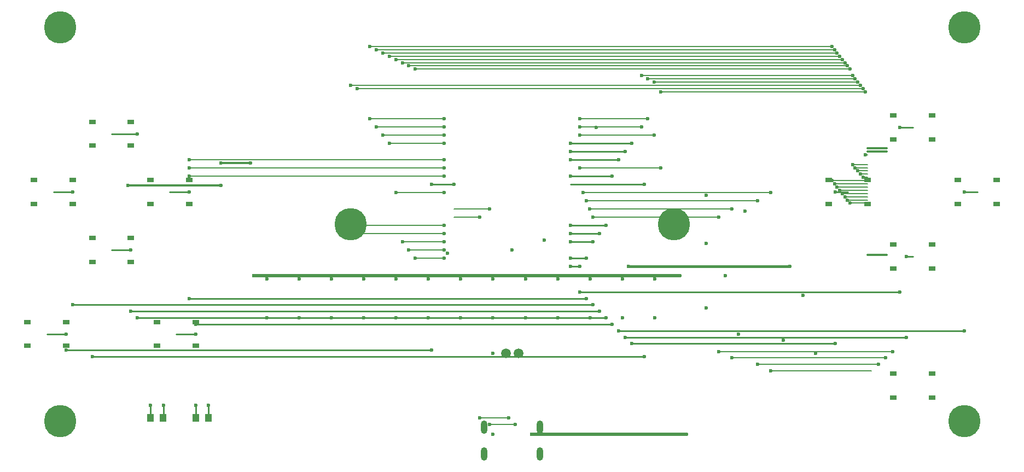
<source format=gtl>
%TF.GenerationSoftware,KiCad,Pcbnew,9.99.0-5542-g9c1654c496*%
%TF.CreationDate,2026-02-21T09:19:05+00:00*%
%TF.ProjectId,esp32-emu-turbo,65737033-322d-4656-9d75-2d747572626f,rev?*%
%TF.SameCoordinates,Original*%
%TF.FileFunction,Copper,L1,Top*%
%TF.FilePolarity,Positive*%
%FSLAX46Y46*%
G04 Gerber Fmt 4.6, Leading zero omitted, Abs format (unit mm)*
G04 Created by KiCad (PCBNEW 9.99.0-5542-g9c1654c496) date 2026-02-21 09:19:05*
%MOMM*%
%LPD*%
G01*
G04 APERTURE LIST*
%TA.AperFunction,ComponentPad*%
%ADD10C,5.000000*%
%TD*%
%TA.AperFunction,SMDPad,CuDef*%
%ADD11R,1.000000X0.750000*%
%TD*%
%TA.AperFunction,SMDPad,CuDef*%
%ADD12R,1.000000X1.300000*%
%TD*%
%TA.AperFunction,ComponentPad*%
%ADD13O,1.000000X2.100000*%
%TD*%
%TA.AperFunction,ComponentPad*%
%ADD14C,1.500000*%
%TD*%
%TA.AperFunction,ViaPad*%
%ADD15C,0.600000*%
%TD*%
%TA.AperFunction,Conductor*%
%ADD16C,0.300000*%
%TD*%
%TA.AperFunction,Conductor*%
%ADD17C,0.200000*%
%TD*%
%TA.AperFunction,Conductor*%
%ADD18C,0.250000*%
%TD*%
%TA.AperFunction,Conductor*%
%ADD19C,0.500000*%
%TD*%
%TA.AperFunction,Conductor*%
%ADD20C,0.400000*%
%TD*%
G04 APERTURE END LIST*
D10*
%TO.P,,*%
%TO.N,*%
X10000000Y-7000000D03*
%TD*%
%TO.P,,*%
%TO.N,*%
X150000000Y-7000000D03*
%TD*%
%TO.P,,*%
%TO.N,*%
X10000000Y-68000000D03*
%TD*%
%TO.P,,*%
%TO.N,*%
X150000000Y-68000000D03*
%TD*%
%TO.P,,*%
%TO.N,*%
X55000000Y-37500000D03*
%TD*%
%TO.P,,*%
%TO.N,*%
X105000000Y-37500000D03*
%TD*%
D11*
%TO.P,SW1,1*%
%TO.N,N/C*%
X15000000Y-21650000D03*
%TO.P,SW1,2*%
X21000000Y-21650000D03*
%TO.P,SW1,3*%
X15000000Y-25350000D03*
%TO.P,SW1,4*%
X21000000Y-25350000D03*
%TD*%
%TO.P,SW2,1*%
%TO.N,N/C*%
X15000000Y-39650000D03*
%TO.P,SW2,2*%
X21000000Y-39650000D03*
%TO.P,SW2,3*%
X15000000Y-43350000D03*
%TO.P,SW2,4*%
X21000000Y-43350000D03*
%TD*%
%TO.P,SW3,1*%
%TO.N,N/C*%
X6000000Y-30650000D03*
%TO.P,SW3,2*%
X12000000Y-30650000D03*
%TO.P,SW3,3*%
X6000000Y-34350000D03*
%TO.P,SW3,4*%
X12000000Y-34350000D03*
%TD*%
%TO.P,SW4,1*%
%TO.N,N/C*%
X24000000Y-30650000D03*
%TO.P,SW4,2*%
X30000000Y-30650000D03*
%TO.P,SW4,3*%
X24000000Y-34350000D03*
%TO.P,SW4,4*%
X30000000Y-34350000D03*
%TD*%
%TO.P,SW5,1*%
%TO.N,N/C*%
X139000000Y-20650000D03*
%TO.P,SW5,2*%
X145000000Y-20650000D03*
%TO.P,SW5,3*%
X139000000Y-24350000D03*
%TO.P,SW5,4*%
X145000000Y-24350000D03*
%TD*%
%TO.P,SW6,1*%
%TO.N,N/C*%
X149000000Y-30650000D03*
%TO.P,SW6,2*%
X155000000Y-30650000D03*
%TO.P,SW6,3*%
X149000000Y-34350000D03*
%TO.P,SW6,4*%
X155000000Y-34350000D03*
%TD*%
%TO.P,SW7,1*%
%TO.N,N/C*%
X139000000Y-40650000D03*
%TO.P,SW7,2*%
X145000000Y-40650000D03*
%TO.P,SW7,3*%
X139000000Y-44350000D03*
%TO.P,SW7,4*%
X145000000Y-44350000D03*
%TD*%
%TO.P,SW8,1*%
%TO.N,N/C*%
X129000000Y-30650000D03*
%TO.P,SW8,2*%
X135000000Y-30650000D03*
%TO.P,SW8,3*%
X129000000Y-34350000D03*
%TO.P,SW8,4*%
X135000000Y-34350000D03*
%TD*%
%TO.P,SW9,1*%
%TO.N,N/C*%
X5000000Y-52650000D03*
%TO.P,SW9,2*%
X11000000Y-52650000D03*
%TO.P,SW9,3*%
X5000000Y-56350000D03*
%TO.P,SW9,4*%
X11000000Y-56350000D03*
%TD*%
%TO.P,SW10,1*%
%TO.N,N/C*%
X25000000Y-52650000D03*
%TO.P,SW10,2*%
X31000000Y-52650000D03*
%TO.P,SW10,3*%
X25000000Y-56350000D03*
%TO.P,SW10,4*%
X31000000Y-56350000D03*
%TD*%
%TO.P,SW13,1*%
%TO.N,N/C*%
X139000000Y-60650000D03*
%TO.P,SW13,2*%
X145000000Y-60650000D03*
%TO.P,SW13,3*%
X139000000Y-64350000D03*
%TO.P,SW13,4*%
X145000000Y-64350000D03*
%TD*%
D12*
%TO.P,LED1,1*%
%TO.N,N/C*%
X24050000Y-67500000D03*
%TO.P,LED1,2*%
X25950000Y-67500000D03*
%TD*%
%TO.P,LED2,1*%
%TO.N,N/C*%
X31050000Y-67500000D03*
%TO.P,LED2,2*%
X32950000Y-67500000D03*
%TD*%
D13*
%TO.P,J1,S*%
%TO.N,N/C*%
X75680000Y-68895000D03*
X75680000Y-73075000D03*
X84320000Y-68895000D03*
X84320000Y-73075000D03*
%TD*%
D14*
%TO.P,J3,1*%
%TO.N,N/C*%
X81000000Y-57500000D03*
%TO.P,J3,2*%
X79000000Y-57500000D03*
%TD*%
D15*
%TO.N,GND*%
X77000000Y-70000000D03*
X113000000Y-45500000D03*
X127000000Y-57500000D03*
X80000000Y-41500000D03*
X77000000Y-57500000D03*
X92000000Y-35120000D03*
X114000000Y-35120000D03*
X114000000Y-58200000D03*
X137800000Y-58200000D03*
X92500000Y-36390000D03*
X112000000Y-36390000D03*
X112000000Y-57200000D03*
X138900000Y-57200000D03*
X102050000Y-52000000D03*
X85000000Y-40000000D03*
X115000000Y-54500000D03*
X26000000Y-65500000D03*
X33000000Y-65500000D03*
%TO.N,VBUS*%
X83000000Y-70000000D03*
X107000000Y-70000000D03*
%TO.N,+5V*%
X110000000Y-40500000D03*
X122000000Y-55500000D03*
X110000000Y-50500000D03*
X125000000Y-48500000D03*
X110000000Y-33000000D03*
X116000000Y-35500000D03*
%TO.N,+3V3*%
X123000000Y-44000000D03*
X98000000Y-44000000D03*
X93000000Y-22500000D03*
X69500000Y-21150000D03*
X58000000Y-21150000D03*
X58000000Y-10000000D03*
X129500000Y-10000000D03*
X129500000Y-30750000D03*
X69500000Y-41470000D03*
X64000000Y-41470000D03*
X64000000Y-13000000D03*
X131900000Y-13000000D03*
X131900000Y-33750000D03*
X69500000Y-42740000D03*
X65000000Y-42740000D03*
X65000000Y-13500000D03*
X132300000Y-13500000D03*
X132300000Y-34250000D03*
X90500000Y-22420000D03*
X100000000Y-22420000D03*
X100000000Y-14500000D03*
X132700000Y-14500000D03*
X132700000Y-28250000D03*
X90500000Y-21150000D03*
X101000000Y-21150000D03*
X101000000Y-15000000D03*
X133100000Y-15000000D03*
X133100000Y-28750000D03*
X90500000Y-23690000D03*
X102000000Y-23690000D03*
X102000000Y-15500000D03*
X133500000Y-15500000D03*
X133500000Y-29250000D03*
X69500000Y-38930000D03*
X55000000Y-38930000D03*
X55000000Y-16000000D03*
X133900000Y-16000000D03*
X133900000Y-29750000D03*
X69500000Y-37660000D03*
X56000000Y-37660000D03*
X56000000Y-16500000D03*
X134300000Y-16500000D03*
X134300000Y-30250000D03*
X70000000Y-42000000D03*
X24000000Y-65500000D03*
X31000000Y-65500000D03*
%TO.N,BAT+*%
X106000000Y-45500000D03*
X80000000Y-45500000D03*
X40000000Y-45500000D03*
X34900000Y-28000000D03*
X39500000Y-28000000D03*
X34900000Y-31500000D03*
X20500000Y-31500000D03*
X80500000Y-68500000D03*
X76500000Y-68500000D03*
X76500000Y-35120000D03*
X30000000Y-32500000D03*
X30000000Y-49000000D03*
X91500000Y-49000000D03*
X91500000Y-42740000D03*
X89000000Y-42740000D03*
X12000000Y-32500000D03*
X12000000Y-50000000D03*
X92500000Y-50000000D03*
X92500000Y-40200000D03*
X89000000Y-40200000D03*
X21000000Y-41500000D03*
X21000000Y-51000000D03*
X93500000Y-51000000D03*
X93500000Y-38930000D03*
X89000000Y-38930000D03*
X22000000Y-23500000D03*
X22000000Y-52000000D03*
X94500000Y-52000000D03*
X94500000Y-37660000D03*
X89000000Y-37660000D03*
X150000000Y-32500000D03*
X150000000Y-54000000D03*
X96500000Y-54000000D03*
X96500000Y-27500000D03*
X89000000Y-27500000D03*
X141000000Y-42500000D03*
X141000000Y-55000000D03*
X97500000Y-55000000D03*
X97500000Y-26230000D03*
X89000000Y-26230000D03*
X11000000Y-54500000D03*
X11000000Y-57000000D03*
X67500000Y-57000000D03*
X67500000Y-31310000D03*
X71000000Y-31310000D03*
X42050000Y-46000000D03*
X47050000Y-46000000D03*
X52050000Y-46000000D03*
X57050000Y-46000000D03*
X62050000Y-46000000D03*
X67050000Y-46000000D03*
X72050000Y-46000000D03*
X77050000Y-46000000D03*
X82050000Y-46000000D03*
X87050000Y-46000000D03*
X92050000Y-46000000D03*
X97050000Y-46000000D03*
X102050000Y-46000000D03*
X42050000Y-52000000D03*
X47050000Y-52000000D03*
X52050000Y-52000000D03*
X57050000Y-52000000D03*
X62050000Y-52000000D03*
X67050000Y-52000000D03*
X72050000Y-52000000D03*
X77050000Y-52000000D03*
X82050000Y-52000000D03*
X87050000Y-52000000D03*
X92050000Y-52000000D03*
X97050000Y-52000000D03*
%TO.N,LCD_D1*%
X69500000Y-22420000D03*
X59000000Y-22420000D03*
X59000000Y-10500000D03*
X129900000Y-10500000D03*
X129900000Y-31250000D03*
%TO.N,LCD_D2*%
X69500000Y-23690000D03*
X60000000Y-23690000D03*
X60000000Y-11000000D03*
X130300000Y-11000000D03*
X130300000Y-31750000D03*
%TO.N,LCD_D3*%
X69500000Y-24960000D03*
X61000000Y-24960000D03*
X61000000Y-11500000D03*
X130700000Y-11500000D03*
X130700000Y-32250000D03*
X69500000Y-32580000D03*
X62000000Y-32580000D03*
X62000000Y-12000000D03*
X131100000Y-12000000D03*
X131100000Y-32750000D03*
X130000000Y-32500000D03*
X130000000Y-56000000D03*
X98500000Y-56000000D03*
X98500000Y-24960000D03*
X89000000Y-24960000D03*
%TO.N,LCD_D5*%
X69500000Y-40200000D03*
X63000000Y-40200000D03*
X63000000Y-12500000D03*
X131500000Y-12500000D03*
X131500000Y-33250000D03*
%TO.N,LCD_BL*%
X90500000Y-28770000D03*
X103000000Y-28770000D03*
X103000000Y-17000000D03*
X134700000Y-17000000D03*
X134700000Y-26750000D03*
%TO.N,SD_MOSI*%
X91000000Y-32580000D03*
X120000000Y-32580000D03*
X120000000Y-60200000D03*
%TO.N,SD_MISO*%
X91500000Y-33850000D03*
X118000000Y-33850000D03*
X118000000Y-59200000D03*
X136700000Y-59200000D03*
%TO.N,I2S_BCLK*%
X69500000Y-27500000D03*
X30000000Y-27500000D03*
%TO.N,I2S_LRCK*%
X69500000Y-28770000D03*
X30000000Y-28770000D03*
%TO.N,I2S_DOUT*%
X69500000Y-30040000D03*
X30000000Y-30040000D03*
%TO.N,BTN_A*%
X140000000Y-22500000D03*
X140000000Y-48000000D03*
X90500000Y-48000000D03*
X90500000Y-44010000D03*
X89000000Y-44010000D03*
%TO.N,BTN_SELECT*%
X31000000Y-54500000D03*
X31000000Y-53000000D03*
X95500000Y-53000000D03*
X95500000Y-30040000D03*
X89000000Y-30040000D03*
%TO.N,BTN_L*%
X15000000Y-58000000D03*
X100500000Y-58000000D03*
X100500000Y-31310000D03*
%TO.N,USB_D+*%
X79500000Y-67500000D03*
X75000000Y-67500000D03*
X75000000Y-36390000D03*
%TD*%
%TO.N,GND*%
D16*
X135000000Y-25750000D02*
X138000000Y-25750000D01*
X135000000Y-26250000D02*
X138000000Y-26250000D01*
D17*
X92000000Y-35120000D02*
X114000000Y-35120000D01*
X114000000Y-58200000D02*
X137800000Y-58200000D01*
X92500000Y-36390000D02*
X112000000Y-36390000D01*
X112000000Y-57200000D02*
X138900000Y-57200000D01*
D18*
X26000000Y-67500000D02*
X26000000Y-65500000D01*
X33000000Y-67500000D02*
X33000000Y-65500000D01*
%TO.N,VBUS*%
D19*
X83000000Y-70000000D02*
X107000000Y-70000000D01*
%TO.N,+3V3*%
D20*
X123000000Y-44000000D02*
X98000000Y-44000000D01*
D17*
X69500000Y-21150000D02*
X58000000Y-21150000D01*
X58000000Y-10000000D02*
X129500000Y-10000000D01*
X129500000Y-30750000D02*
X135000000Y-30750000D01*
X69500000Y-41470000D02*
X64000000Y-41470000D01*
X64000000Y-13000000D02*
X131900000Y-13000000D01*
X131900000Y-33750000D02*
X135000000Y-33750000D01*
X69500000Y-42740000D02*
X65000000Y-42740000D01*
X65000000Y-13500000D02*
X132300000Y-13500000D01*
X132300000Y-34250000D02*
X135000000Y-34250000D01*
X90500000Y-22420000D02*
X100000000Y-22420000D01*
X100000000Y-14500000D02*
X132700000Y-14500000D01*
X132700000Y-28250000D02*
X135000000Y-28250000D01*
X90500000Y-21150000D02*
X101000000Y-21150000D01*
X101000000Y-15000000D02*
X133100000Y-15000000D01*
X133100000Y-28750000D02*
X135000000Y-28750000D01*
X90500000Y-23690000D02*
X102000000Y-23690000D01*
X102000000Y-15500000D02*
X133500000Y-15500000D01*
X133500000Y-29250000D02*
X135000000Y-29250000D01*
X69500000Y-38930000D02*
X55000000Y-38930000D01*
X55000000Y-16000000D02*
X133900000Y-16000000D01*
X133900000Y-29750000D02*
X135000000Y-29750000D01*
X69500000Y-37660000D02*
X56000000Y-37660000D01*
X56000000Y-16500000D02*
X134300000Y-16500000D01*
X134300000Y-30250000D02*
X135000000Y-30250000D01*
D16*
X135000000Y-42250000D02*
X138000000Y-42250000D01*
D18*
X24000000Y-67500000D02*
X24000000Y-65500000D01*
X31000000Y-67500000D02*
X31000000Y-65500000D01*
%TO.N,BAT+*%
D19*
X106000000Y-45500000D02*
X80000000Y-45500000D01*
X40000000Y-45500000D02*
X80000000Y-45500000D01*
D16*
X34900000Y-28000000D02*
X39500000Y-28000000D01*
X34900000Y-31500000D02*
X20500000Y-31500000D01*
D17*
X80500000Y-68500000D02*
X76500000Y-68500000D01*
X76500000Y-35120000D02*
X71000000Y-35120000D01*
D18*
X27000000Y-32500000D02*
X30000000Y-32500000D01*
X30000000Y-49000000D02*
X91500000Y-49000000D01*
X91500000Y-42740000D02*
X89000000Y-42740000D01*
X9000000Y-32500000D02*
X12000000Y-32500000D01*
X12000000Y-50000000D02*
X92500000Y-50000000D01*
X92500000Y-40200000D02*
X89000000Y-40200000D01*
X18000000Y-41500000D02*
X21000000Y-41500000D01*
X21000000Y-51000000D02*
X93500000Y-51000000D01*
X93500000Y-38930000D02*
X89000000Y-38930000D01*
X18000000Y-23500000D02*
X22000000Y-23500000D01*
X22000000Y-52000000D02*
X94500000Y-52000000D01*
X94500000Y-37660000D02*
X89000000Y-37660000D01*
X152000000Y-32500000D02*
X150000000Y-32500000D01*
X150000000Y-54000000D02*
X96500000Y-54000000D01*
X96500000Y-27500000D02*
X89000000Y-27500000D01*
X142000000Y-42500000D02*
X141000000Y-42500000D01*
X141000000Y-55000000D02*
X97500000Y-55000000D01*
X97500000Y-26230000D02*
X89000000Y-26230000D01*
X8000000Y-54500000D02*
X11000000Y-54500000D01*
X11000000Y-57000000D02*
X67500000Y-57000000D01*
X67500000Y-31310000D02*
X71000000Y-31310000D01*
%TO.N,LCD_D1*%
D17*
X69500000Y-22420000D02*
X59000000Y-22420000D01*
X59000000Y-10500000D02*
X129900000Y-10500000D01*
X129900000Y-31250000D02*
X135000000Y-31250000D01*
%TO.N,LCD_D2*%
X69500000Y-23690000D02*
X60000000Y-23690000D01*
X60000000Y-11000000D02*
X130300000Y-11000000D01*
X130300000Y-31750000D02*
X135000000Y-31750000D01*
%TO.N,LCD_D3*%
X69500000Y-24960000D02*
X61000000Y-24960000D01*
X61000000Y-11500000D02*
X130700000Y-11500000D01*
X130700000Y-32250000D02*
X135000000Y-32250000D01*
X69500000Y-32580000D02*
X62000000Y-32580000D01*
X62000000Y-12000000D02*
X131100000Y-12000000D01*
X131100000Y-32750000D02*
X135000000Y-32750000D01*
D18*
X132000000Y-32500000D02*
X130000000Y-32500000D01*
X130000000Y-56000000D02*
X98500000Y-56000000D01*
X98500000Y-24960000D02*
X89000000Y-24960000D01*
%TO.N,LCD_D5*%
D17*
X69500000Y-40200000D02*
X63000000Y-40200000D01*
X63000000Y-12500000D02*
X131500000Y-12500000D01*
X131500000Y-33250000D02*
X135000000Y-33250000D01*
%TO.N,LCD_BL*%
X90500000Y-28770000D02*
X103000000Y-28770000D01*
X103000000Y-17000000D02*
X134700000Y-17000000D01*
X134700000Y-26750000D02*
X135000000Y-26750000D01*
%TO.N,SD_MOSI*%
X91000000Y-32580000D02*
X120000000Y-32580000D01*
X120000000Y-60200000D02*
X135600000Y-60200000D01*
%TO.N,SD_MISO*%
X91500000Y-33850000D02*
X118000000Y-33850000D01*
X118000000Y-59200000D02*
X136700000Y-59200000D01*
%TO.N,I2S_BCLK*%
X69500000Y-27500000D02*
X30000000Y-27500000D01*
%TO.N,I2S_LRCK*%
X69500000Y-28770000D02*
X30000000Y-28770000D01*
%TO.N,I2S_DOUT*%
X69500000Y-30040000D02*
X30000000Y-30040000D01*
%TO.N,BTN_A*%
D18*
X142000000Y-22500000D02*
X140000000Y-22500000D01*
X140000000Y-48000000D02*
X90500000Y-48000000D01*
X90500000Y-44010000D02*
X89000000Y-44010000D01*
%TO.N,BTN_SELECT*%
X28000000Y-54500000D02*
X31000000Y-54500000D01*
X31000000Y-53000000D02*
X95500000Y-53000000D01*
X95500000Y-30040000D02*
X89000000Y-30040000D01*
%TO.N,BTN_L*%
X15000000Y-58000000D02*
X100500000Y-58000000D01*
X100500000Y-31310000D02*
X89000000Y-31310000D01*
%TO.N,USB_D+*%
D17*
X79500000Y-67500000D02*
X75000000Y-67500000D01*
X75000000Y-36390000D02*
X71000000Y-36390000D01*
%TD*%
M02*

</source>
